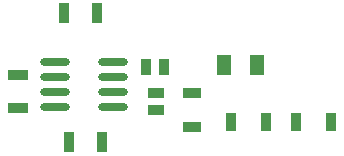
<source format=gbp>
G04*
G04 #@! TF.GenerationSoftware,Altium Limited,Altium Designer,24.1.2 (44)*
G04*
G04 Layer_Color=128*
%FSLAX44Y44*%
%MOMM*%
G71*
G04*
G04 #@! TF.SameCoordinates,927C013D-A056-43EA-BD9B-1951F5445D31*
G04*
G04*
G04 #@! TF.FilePolarity,Positive*
G04*
G01*
G75*
%ADD18R,1.6000X0.9000*%
%ADD50R,1.7000X0.9500*%
%ADD51R,0.9000X1.6000*%
%ADD52O,2.5000X0.7000*%
%ADD53R,1.3500X0.9500*%
%ADD54R,0.9500X1.7000*%
%ADD55R,0.9500X1.3500*%
%ADD56R,1.3000X1.8000*%
D18*
X722000Y435500D02*
D03*
Y406500D02*
D03*
D50*
X575000Y423000D02*
D03*
Y451000D02*
D03*
D51*
X839500Y411000D02*
D03*
X810500D02*
D03*
X784500D02*
D03*
X755500D02*
D03*
D52*
X655500Y462050D02*
D03*
Y449350D02*
D03*
Y436650D02*
D03*
Y423950D02*
D03*
X606500Y462050D02*
D03*
Y449350D02*
D03*
Y436650D02*
D03*
Y423950D02*
D03*
D53*
X692000Y421000D02*
D03*
Y436000D02*
D03*
D54*
X646000Y394000D02*
D03*
X618000D02*
D03*
X614000Y503000D02*
D03*
X642000D02*
D03*
D55*
X683500Y458000D02*
D03*
X698500D02*
D03*
D56*
X749000Y459000D02*
D03*
X777000D02*
D03*
M02*

</source>
